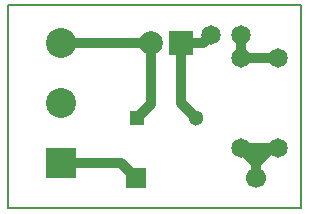
<source format=gbr>
G04 #@! TF.FileFunction,Copper,L2,Bot,Signal*
%FSLAX46Y46*%
G04 Gerber Fmt 4.6, Leading zero omitted, Abs format (unit mm)*
G04 Created by KiCad (PCBNEW 4.0.0-rc1-stable) date 30/11/2015 17:11:16*
%MOMM*%
G01*
G04 APERTURE LIST*
%ADD10C,0.100000*%
%ADD11C,0.150000*%
%ADD12R,1.300000X1.300000*%
%ADD13C,1.300000*%
%ADD14R,2.000000X2.000000*%
%ADD15C,2.000000*%
%ADD16C,1.699260*%
%ADD17R,1.699260X1.699260*%
%ADD18R,2.540000X2.540000*%
%ADD19C,2.540000*%
%ADD20C,1.651000*%
%ADD21C,0.812800*%
G04 APERTURE END LIST*
D10*
D11*
X151130000Y-88265000D02*
X149860000Y-88265000D01*
X151130000Y-105410000D02*
X151130000Y-88265000D01*
X149860000Y-105410000D02*
X151130000Y-105410000D01*
X126365000Y-105410000D02*
X126365000Y-88265000D01*
X149860000Y-105410000D02*
X126365000Y-105410000D01*
X126365000Y-88265000D02*
X149860000Y-88265000D01*
D12*
X137240000Y-97790000D03*
D13*
X142240000Y-97790000D03*
D14*
X140970000Y-91440000D03*
D15*
X138430000Y-91440000D03*
D16*
X147320000Y-102870000D03*
D17*
X137160000Y-102870000D03*
D18*
X130810000Y-101600000D03*
D19*
X130810000Y-96520000D03*
X130810000Y-91440000D03*
D20*
X146050000Y-92710000D03*
X146050000Y-100330000D03*
X149225000Y-92710000D03*
X149225000Y-100330000D03*
X146050000Y-90805000D03*
X143510000Y-90805000D03*
D21*
X138430000Y-91440000D02*
X138430000Y-95885000D01*
X138430000Y-96600000D02*
X137240000Y-97790000D01*
X138430000Y-95885000D02*
X138430000Y-96600000D01*
X130810000Y-91440000D02*
X138430000Y-91440000D01*
X146050000Y-92710000D02*
X149225000Y-92710000D01*
X140970000Y-91440000D02*
X142875000Y-91440000D01*
X146050000Y-90805000D02*
X146050000Y-92710000D01*
X142875000Y-91440000D02*
X143510000Y-90805000D01*
X140970000Y-91440000D02*
X140970000Y-96520000D01*
X140970000Y-96520000D02*
X142240000Y-97790000D01*
X147320000Y-102870000D02*
X147320000Y-100330000D01*
X146050000Y-100330000D02*
X147320000Y-100330000D01*
X147320000Y-100330000D02*
X149225000Y-100330000D01*
X149225000Y-100330000D02*
X148590000Y-100330000D01*
X148590000Y-100330000D02*
X147320000Y-101600000D01*
X147320000Y-101600000D02*
X147320000Y-102870000D01*
X146050000Y-100330000D02*
X147320000Y-101600000D01*
X147320000Y-101600000D02*
X147320000Y-102870000D01*
X130810000Y-101600000D02*
X135255000Y-101600000D01*
X135890000Y-101600000D02*
X137160000Y-102870000D01*
X135255000Y-101600000D02*
X135890000Y-101600000D01*
M02*

</source>
